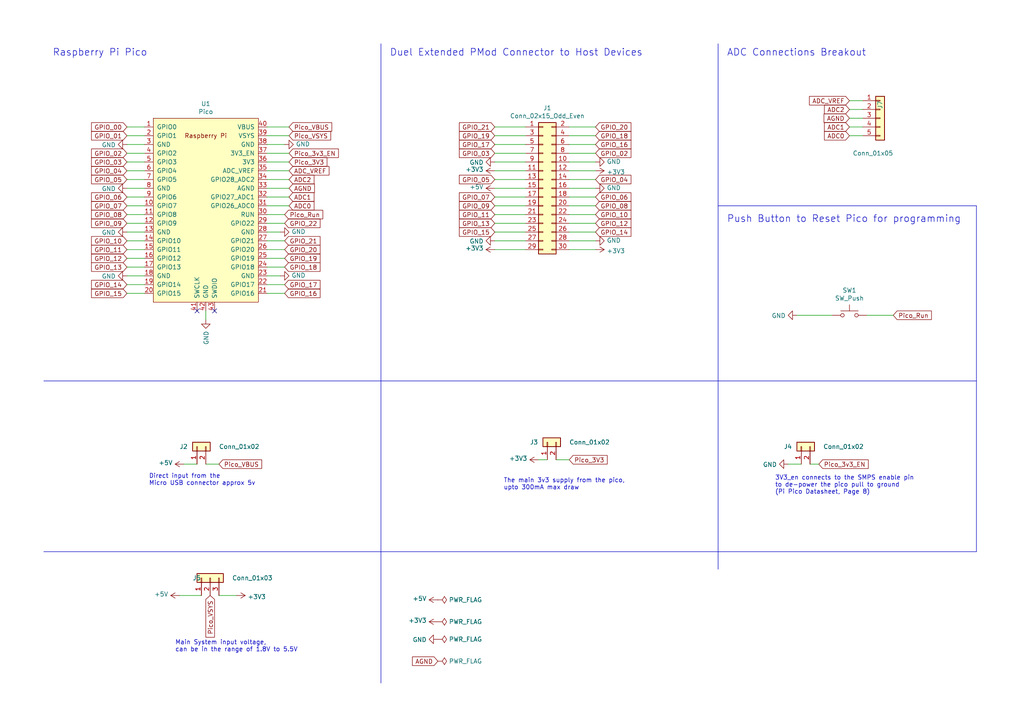
<source format=kicad_sch>
(kicad_sch (version 20230121) (generator eeschema)
  (paper "A4")
  (title_block (title "PMOD for Raspberry Pi Pico") (date "2021-11-30") (rev "v0.1") (company "James Horton") (comment 1 "with an Raspberry Pi Pico Board.") (comment 2 "This board is designed for allowing the use of PMod modules") (comment 4 "Licensed Under CERN Open Hardware Licence Version 2 - Permissive"))
  (lib_symbols
    (symbol "Connector_Generic:Conn_01x02" (pin_names (offset 1.016) hide)
      (property "Reference" "J" (at 0 2.54 0))
      (property "Value" "Conn_01x02" (at 0 -5.08 0))
      (symbol "Conn_01x02_1_1"
        (rectangle (start -1.27 -2.413) (end 0 -2.667) (stroke (width 0.1524)))
        (rectangle (start -1.27 0.127) (end 0 -0.127) (stroke (width 0.1524)))
        (rectangle (start -1.27 1.27) (end 1.27 -3.81) (stroke (width 0.254)) (fill (type background)))
        (pin passive line (at -5.08 0 0) (length 3.81) (name "Pin_1") (number "1"))
        (pin passive line (at -5.08 -2.54 0) (length 3.81) (name "Pin_2") (number "2"))
      )
    )
    (symbol "Connector_Generic:Conn_01x03" (pin_names (offset 1.016) hide)
      (property "Reference" "J" (at 0 5.08 0))
      (property "Value" "Conn_01x03" (at 0 -5.08 0))
      (symbol "Conn_01x03_1_1"
        (rectangle (start -1.27 -2.413) (end 0 -2.667) (stroke (width 0.1524)))
        (rectangle (start -1.27 0.127) (end 0 -0.127) (stroke (width 0.1524)))
        (rectangle (start -1.27 2.667) (end 0 2.413) (stroke (width 0.1524)))
        (rectangle (start -1.27 3.81) (end 1.27 -3.81) (stroke (width 0.254)) (fill (type background)))
        (pin passive line (at -5.08 2.54 0) (length 3.81) (name "Pin_1") (number "1"))
        (pin passive line (at -5.08 0 0) (length 3.81) (name "Pin_2") (number "2"))
        (pin passive line (at -5.08 -2.54 0) (length 3.81) (name "Pin_3") (number "3"))
      )
    )
    (symbol "Connector_Generic:Conn_01x05" (pin_names (offset 1.016) hide)
      (property "Reference" "J" (at 0 7.62 0))
      (property "Value" "Conn_01x05" (at 0 -7.62 0))
      (symbol "Conn_01x05_1_1"
        (rectangle (start -1.27 -4.953) (end 0 -5.207) (stroke (width 0.1524)))
        (rectangle (start -1.27 -2.413) (end 0 -2.667) (stroke (width 0.1524)))
        (rectangle (start -1.27 0.127) (end 0 -0.127) (stroke (width 0.1524)))
        (rectangle (start -1.27 2.667) (end 0 2.413) (stroke (width 0.1524)))
        (rectangle (start -1.27 5.207) (end 0 4.953) (stroke (width 0.1524)))
        (rectangle (start -1.27 6.35) (end 1.27 -6.35) (stroke (width 0.254)) (fill (type background)))
        (pin passive line (at -5.08 5.08 0) (length 3.81) (name "Pin_1") (number "1"))
        (pin passive line (at -5.08 2.54 0) (length 3.81) (name "Pin_2") (number "2"))
        (pin passive line (at -5.08 0 0) (length 3.81) (name "Pin_3") (number "3"))
        (pin passive line (at -5.08 -2.54 0) (length 3.81) (name "Pin_4") (number "4"))
        (pin passive line (at -5.08 -5.08 0) (length 3.81) (name "Pin_5") (number "5"))
      )
    )
    (symbol "Connector_Generic:Conn_02x15_Odd_Even" (pin_names (offset 1.016) hide)
      (property "Reference" "J" (at 1.27 20.32 0))
      (property "Value" "Conn_02x15_Odd_Even" (at 1.27 -20.32 0))
      (symbol "Conn_02x15_Odd_Even_1_1"
        (rectangle (start -1.27 -17.653) (end 0 -17.907) (stroke (width 0.1524)))
        (rectangle (start -1.27 -15.113) (end 0 -15.367) (stroke (width 0.1524)))
        (rectangle (start -1.27 -12.573) (end 0 -12.827) (stroke (width 0.1524)))
        (rectangle (start -1.27 -10.033) (end 0 -10.287) (stroke (width 0.1524)))
        (rectangle (start -1.27 -7.493) (end 0 -7.747) (stroke (width 0.1524)))
        (rectangle (start -1.27 -4.953) (end 0 -5.207) (stroke (width 0.1524)))
        (rectangle (start -1.27 -2.413) (end 0 -2.667) (stroke (width 0.1524)))
        (rectangle (start -1.27 0.127) (end 0 -0.127) (stroke (width 0.1524)))
        (rectangle (start -1.27 2.667) (end 0 2.413) (stroke (width 0.1524)))
        (rectangle (start -1.27 5.207) (end 0 4.953) (stroke (width 0.1524)))
        (rectangle (start -1.27 7.747) (end 0 7.493) (stroke (width 0.1524)))
        (rectangle (start -1.27 10.287) (end 0 10.033) (stroke (width 0.1524)))
        (rectangle (start -1.27 12.827) (end 0 12.573) (stroke (width 0.1524)))
        (rectangle (start -1.27 15.367) (end 0 15.113) (stroke (width 0.1524)))
        (rectangle (start -1.27 17.907) (end 0 17.653) (stroke (width 0.1524)))
        (rectangle (start -1.27 19.05) (end 3.81 -19.05) (stroke (width 0.254)) (fill (type background)))
        (rectangle (start 3.81 -17.653) (end 2.54 -17.907) (stroke (width 0.1524)))
        (rectangle (start 3.81 -15.113) (end 2.54 -15.367) (stroke (width 0.1524)))
        (rectangle (start 3.81 -12.573) (end 2.54 -12.827) (stroke (width 0.1524)))
        (rectangle (start 3.81 -10.033) (end 2.54 -10.287) (stroke (width 0.1524)))
        (rectangle (start 3.81 -7.493) (end 2.54 -7.747) (stroke (width 0.1524)))
        (rectangle (start 3.81 -4.953) (end 2.54 -5.207) (stroke (width 0.1524)))
        (rectangle (start 3.81 -2.413) (end 2.54 -2.667) (stroke (width 0.1524)))
        (rectangle (start 3.81 0.127) (end 2.54 -0.127) (stroke (width 0.1524)))
        (rectangle (start 3.81 2.667) (end 2.54 2.413) (stroke (width 0.1524)))
        (rectangle (start 3.81 5.207) (end 2.54 4.953) (stroke (width 0.1524)))
        (rectangle (start 3.81 7.747) (end 2.54 7.493) (stroke (width 0.1524)))
        (rectangle (start 3.81 10.287) (end 2.54 10.033) (stroke (width 0.1524)))
        (rectangle (start 3.81 12.827) (end 2.54 12.573) (stroke (width 0.1524)))
        (rectangle (start 3.81 15.367) (end 2.54 15.113) (stroke (width 0.1524)))
        (rectangle (start 3.81 17.907) (end 2.54 17.653) (stroke (width 0.1524)))
        (pin passive line (at -5.08 17.78 0) (length 3.81) (name "Pin_1") (number "1"))
        (pin passive line (at 7.62 7.62 180) (length 3.81) (name "Pin_10") (number "10"))
        (pin passive line (at -5.08 5.08 0) (length 3.81) (name "Pin_11") (number "11"))
        (pin passive line (at 7.62 5.08 180) (length 3.81) (name "Pin_12") (number "12"))
        (pin passive line (at -5.08 2.54 0) (length 3.81) (name "Pin_13") (number "13"))
        (pin passive line (at 7.62 2.54 180) (length 3.81) (name "Pin_14") (number "14"))
        (pin passive line (at -5.08 0 0) (length 3.81) (name "Pin_15") (number "15"))
        (pin passive line (at 7.62 0 180) (length 3.81) (name "Pin_16") (number "16"))
        (pin passive line (at -5.08 -2.54 0) (length 3.81) (name "Pin_17") (number "17"))
        (pin passive line (at 7.62 -2.54 180) (length 3.81) (name "Pin_18") (number "18"))
        (pin passive line (at -5.08 -5.08 0) (length 3.81) (name "Pin_19") (number "19"))
        (pin passive line (at 7.62 17.78 180) (length 3.81) (name "Pin_2") (number "2"))
        (pin passive line (at 7.62 -5.08 180) (length 3.81) (name "Pin_20") (number "20"))
        (pin passive line (at -5.08 -7.62 0) (length 3.81) (name "Pin_21") (number "21"))
        (pin passive line (at 7.62 -7.62 180) (length 3.81) (name "Pin_22") (number "22"))
        (pin passive line (at -5.08 -10.16 0) (length 3.81) (name "Pin_23") (number "23"))
        (pin passive line (at 7.62 -10.16 180) (length 3.81) (name "Pin_24") (number "24"))
        (pin passive line (at -5.08 -12.7 0) (length 3.81) (name "Pin_25") (number "25"))
        (pin passive line (at 7.62 -12.7 180) (length 3.81) (name "Pin_26") (number "26"))
        (pin passive line (at -5.08 -15.24 0) (length 3.81) (name "Pin_27") (number "27"))
        (pin passive line (at 7.62 -15.24 180) (length 3.81) (name "Pin_28") (number "28"))
        (pin passive line (at -5.08 -17.78 0) (length 3.81) (name "Pin_29") (number "29"))
        (pin passive line (at -5.08 15.24 0) (length 3.81) (name "Pin_3") (number "3"))
        (pin passive line (at 7.62 -17.78 180) (length 3.81) (name "Pin_30") (number "30"))
        (pin passive line (at 7.62 15.24 180) (length 3.81) (name "Pin_4") (number "4"))
        (pin passive line (at -5.08 12.7 0) (length 3.81) (name "Pin_5") (number "5"))
        (pin passive line (at 7.62 12.7 180) (length 3.81) (name "Pin_6") (number "6"))
        (pin passive line (at -5.08 10.16 0) (length 3.81) (name "Pin_7") (number "7"))
        (pin passive line (at 7.62 10.16 180) (length 3.81) (name "Pin_8") (number "8"))
        (pin passive line (at -5.08 7.62 0) (length 3.81) (name "Pin_9") (number "9"))
      )
    )
    (symbol "RaspberryPi:Pico" (pin_names (offset 1.016))
      (property "Reference" "U" (at -13.97 27.94 0))
      (property "Value" "Pico" (at 0 19.05 0))
      (symbol "Pico_0_0"
        (text "Raspberry Pi" (at 0 21.59 0) (effects (font (size 1.27 1.27))))
      )
      (symbol "Pico_0_1"
        (rectangle (start -15.24 26.67) (end 15.24 -26.67) (fill (type background)))
      )
      (symbol "Pico_1_1"
        (pin bidirectional line (at -17.78 24.13 0) (length 2.54) (name "GPIO0") (number "1"))
        (pin bidirectional line (at -17.78 1.27 0) (length 2.54) (name "GPIO7") (number "10"))
        (pin bidirectional line (at -17.78 -1.27 0) (length 2.54) (name "GPIO8") (number "11"))
        (pin bidirectional line (at -17.78 -3.81 0) (length 2.54) (name "GPIO9") (number "12"))
        (pin power_in line (at -17.78 -6.35 0) (length 2.54) (name "GND") (number "13"))
        (pin bidirectional line (at -17.78 -8.89 0) (length 2.54) (name "GPIO10") (number "14"))
        (pin bidirectional line (at -17.78 -11.43 0) (length 2.54) (name "GPIO11") (number "15"))
        (pin bidirectional line (at -17.78 -13.97 0) (length 2.54) (name "GPIO12") (number "16"))
        (pin bidirectional line (at -17.78 -16.51 0) (length 2.54) (name "GPIO13") (number "17"))
        (pin power_in line (at -17.78 -19.05 0) (length 2.54) (name "GND") (number "18"))
        (pin bidirectional line (at -17.78 -21.59 0) (length 2.54) (name "GPIO14") (number "19"))
        (pin bidirectional line (at -17.78 21.59 0) (length 2.54) (name "GPIO1") (number "2"))
        (pin bidirectional line (at -17.78 -24.13 0) (length 2.54) (name "GPIO15") (number "20"))
        (pin bidirectional line (at 17.78 -24.13 180) (length 2.54) (name "GPIO16") (number "21"))
        (pin bidirectional line (at 17.78 -21.59 180) (length 2.54) (name "GPIO17") (number "22"))
        (pin power_in line (at 17.78 -19.05 180) (length 2.54) (name "GND") (number "23"))
        (pin bidirectional line (at 17.78 -16.51 180) (length 2.54) (name "GPIO18") (number "24"))
        (pin bidirectional line (at 17.78 -13.97 180) (length 2.54) (name "GPIO19") (number "25"))
        (pin bidirectional line (at 17.78 -11.43 180) (length 2.54) (name "GPIO20") (number "26"))
        (pin bidirectional line (at 17.78 -8.89 180) (length 2.54) (name "GPIO21") (number "27"))
        (pin power_in line (at 17.78 -6.35 180) (length 2.54) (name "GND") (number "28"))
        (pin bidirectional line (at 17.78 -3.81 180) (length 2.54) (name "GPIO22") (number "29"))
        (pin power_in line (at -17.78 19.05 0) (length 2.54) (name "GND") (number "3"))
        (pin input line (at 17.78 -1.27 180) (length 2.54) (name "RUN") (number "30"))
        (pin bidirectional line (at 17.78 1.27 180) (length 2.54) (name "GPIO26_ADC0") (number "31"))
        (pin bidirectional line (at 17.78 3.81 180) (length 2.54) (name "GPIO27_ADC1") (number "32"))
        (pin power_in line (at 17.78 6.35 180) (length 2.54) (name "AGND") (number "33"))
        (pin bidirectional line (at 17.78 8.89 180) (length 2.54) (name "GPIO28_ADC2") (number "34"))
        (pin unspecified line (at 17.78 11.43 180) (length 2.54) (name "ADC_VREF") (number "35"))
        (pin unspecified line (at 17.78 13.97 180) (length 2.54) (name "3V3") (number "36"))
        (pin input line (at 17.78 16.51 180) (length 2.54) (name "3V3_EN") (number "37"))
        (pin bidirectional line (at 17.78 19.05 180) (length 2.54) (name "GND") (number "38"))
        (pin unspecified line (at 17.78 21.59 180) (length 2.54) (name "VSYS") (number "39"))
        (pin bidirectional line (at -17.78 16.51 0) (length 2.54) (name "GPIO2") (number "4"))
        (pin unspecified line (at 17.78 24.13 180) (length 2.54) (name "VBUS") (number "40"))
        (pin input line (at -2.54 -29.21 90) (length 2.54) (name "SWCLK") (number "41"))
        (pin power_in line (at 0 -29.21 90) (length 2.54) (name "GND") (number "42"))
        (pin bidirectional line (at 2.54 -29.21 90) (length 2.54) (name "SWDIO") (number "43"))
        (pin bidirectional line (at -17.78 13.97 0) (length 2.54) (name "GPIO3") (number "5"))
        (pin bidirectional line (at -17.78 11.43 0) (length 2.54) (name "GPIO4") (number "6"))
        (pin bidirectional line (at -17.78 8.89 0) (length 2.54) (name "GPIO5") (number "7"))
        (pin power_in line (at -17.78 6.35 0) (length 2.54) (name "GND") (number "8"))
        (pin bidirectional line (at -17.78 3.81 0) (length 2.54) (name "GPIO6") (number "9"))
      )
    )
    (symbol "Switch:SW_Push" (pin_numbers hide) (pin_names (offset 1.016) hide)
      (property "Reference" "SW" (at 1.27 2.54 0))
      (property "Value" "SW_Push" (at 0 -1.524 0))
      (symbol "SW_Push_0_1"
        (circle (center -2.032 0) (radius 0.508))
        (polyline (pts (xy 0 1.27) (xy 0 3.048)))
        (polyline (pts (xy 2.54 1.27) (xy -2.54 1.27)))
        (circle (center 2.032 0) (radius 0.508))
        (pin passive line (at -5.08 0 0) (length 2.54) (name "1") (number "1"))
        (pin passive line (at 5.08 0 180) (length 2.54) (name "2") (number "2"))
      )
    )
    (symbol "pico_pmod_host-rescue:+3.3V-power" (power) (pin_names (offset 0))
      (property "Value" "+3.3V-power" (at 0 3.556 0))
      (symbol "+3.3V-power_0_1"
        (polyline (pts (xy -0.762 1.27) (xy 0 2.54)))
        (polyline (pts (xy 0 0) (xy 0 2.54)))
        (polyline (pts (xy 0 2.54) (xy 0.762 1.27)))
      )
      (symbol "+3.3V-power_1_1"
        (pin power_in line (at 0 0 90) (length 0) hide (name "+3V3") (number "1"))
      )
    )
    (symbol "power:+5V" (power) (pin_names (offset 0))
      (property "Value" "+5V" (at 0 3.556 0))
      (symbol "+5V_0_1"
        (polyline (pts (xy -0.762 1.27) (xy 0 2.54)))
        (polyline (pts (xy 0 0) (xy 0 2.54)))
        (polyline (pts (xy 0 2.54) (xy 0.762 1.27)))
      )
      (symbol "+5V_1_1"
        (pin power_in line (at 0 0 90) (length 0) hide (name "+5V") (number "1"))
      )
    )
    (symbol "power:GND" (power) (pin_names (offset 0))
      (property "Value" "GND" (at 0 -3.81 0))
      (symbol "GND_0_1"
        (polyline (pts (xy 0 0) (xy 0 -1.27) (xy 1.27 -1.27) (xy 0 -2.54) (xy -1.27 -1.27) (xy 0 -1.27)))
      )
      (symbol "GND_1_1"
        (pin power_in line (at 0 0 270) (length 0) hide (name "GND") (number "1"))
      )
    )
    (symbol "power:PWR_FLAG" (power) (pin_numbers hide) (pin_names (offset 0) hide)
      (property "Value" "PWR_FLAG" (at 0 3.81 0))
      (symbol "PWR_FLAG_0_0"
        (pin power_out line (at 0 0 90) (length 0) (name "pwr") (number "1"))
      )
      (symbol "PWR_FLAG_0_1"
        (polyline (pts (xy 0 0) (xy 0 1.27) (xy -1.016 1.905) (xy 0 2.54) (xy 1.016 1.905) (xy 0 1.27)))
      )
    )
  )
  (no_connect (at 57.15 90.17))
  (no_connect (at 62.23 90.17))
  (wire (pts (xy 172.72 57.15) (xy 165.1 57.15)))
  (wire (pts (xy 36.83 49.53) (xy 41.91 49.53)))
  (wire (pts (xy 165.1 59.69) (xy 172.72 59.69)))
  (wire (pts (xy 172.72 62.23) (xy 165.1 62.23)))
  (wire (pts (xy 83.82 54.61) (xy 77.47 54.61)))
  (wire (pts (xy 36.83 36.83) (xy 41.91 36.83)))
  (wire (pts (xy 57.15 134.62) (xy 53.34 134.62)))
  (wire (pts (xy 36.83 62.23) (xy 41.91 62.23)))
  (wire (pts (xy 234.95 134.62) (xy 237.49 134.62)))
  (wire (pts (xy 36.83 74.93) (xy 41.91 74.93)))
  (wire (pts (xy 152.4 57.15) (xy 143.51 57.15)))
  (wire (pts (xy 81.28 80.01) (xy 77.47 80.01)))
  (wire (pts (xy 152.4 49.53) (xy 143.51 49.53)))
  (wire (pts (xy 41.91 41.91) (xy 36.83 41.91)))
  (wire (pts (xy 36.83 80.01) (xy 41.91 80.01)))
  (wire (pts (xy 41.91 85.09) (xy 36.83 85.09)))
  (wire (pts (xy 143.51 59.69) (xy 152.4 59.69)))
  (polyline (pts (xy 110.49 12.7) (xy 110.49 198.12)))
  (wire (pts (xy 36.83 54.61) (xy 41.91 54.61)))
  (wire (pts (xy 82.55 85.09) (xy 77.47 85.09)))
  (wire (pts (xy 41.91 64.77) (xy 36.83 64.77)))
  (wire (pts (xy 152.4 44.45) (xy 143.51 44.45)))
  (wire (pts (xy 83.82 39.37) (xy 77.47 39.37)))
  (wire (pts (xy 77.47 52.07) (xy 83.82 52.07)))
  (wire (pts (xy 41.91 46.99) (xy 36.83 46.99)))
  (wire (pts (xy 82.55 72.39) (xy 77.47 72.39)))
  (wire (pts (xy 143.51 36.83) (xy 152.4 36.83)))
  (wire (pts (xy 82.55 77.47) (xy 77.47 77.47)))
  (wire (pts (xy 172.72 44.45) (xy 165.1 44.45)))
  (wire (pts (xy 232.41 134.62) (xy 228.6 134.62)))
  (wire (pts (xy 77.47 69.85) (xy 82.55 69.85)))
  (wire (pts (xy 165.1 41.91) (xy 172.72 41.91)))
  (wire (pts (xy 83.82 59.69) (xy 77.47 59.69)))
  (wire (pts (xy 152.4 39.37) (xy 143.51 39.37)))
  (wire (pts (xy 77.47 41.91) (xy 82.55 41.91)))
  (wire (pts (xy 143.51 64.77) (xy 152.4 64.77)))
  (wire (pts (xy 41.91 67.31) (xy 36.83 67.31)))
  (wire (pts (xy 81.28 67.31) (xy 77.47 67.31)))
  (wire (pts (xy 172.72 72.39) (xy 165.1 72.39)))
  (polyline (pts (xy 12.7 160.02) (xy 283.21 160.02)))
  (wire (pts (xy 58.42 172.72) (xy 52.07 172.72)))
  (wire (pts (xy 156.21 133.35) (xy 158.75 133.35)))
  (wire (pts (xy 36.83 44.45) (xy 41.91 44.45)))
  (wire (pts (xy 143.51 41.91) (xy 152.4 41.91)))
  (wire (pts (xy 152.4 67.31) (xy 143.51 67.31)))
  (wire (pts (xy 59.69 92.71) (xy 59.69 90.17)))
  (wire (pts (xy 83.82 46.99) (xy 77.47 46.99)))
  (wire (pts (xy 63.5 172.72) (xy 68.58 172.72)))
  (wire (pts (xy 143.51 72.39) (xy 152.4 72.39)))
  (wire (pts (xy 41.91 72.39) (xy 36.83 72.39)))
  (wire (pts (xy 152.4 69.85) (xy 143.51 69.85)))
  (wire (pts (xy 82.55 62.23) (xy 77.47 62.23)))
  (wire (pts (xy 77.47 57.15) (xy 83.82 57.15)))
  (wire (pts (xy 77.47 36.83) (xy 83.82 36.83)))
  (wire (pts (xy 172.72 39.37) (xy 165.1 39.37)))
  (wire (pts (xy 143.51 52.07) (xy 152.4 52.07)))
  (wire (pts (xy 172.72 67.31) (xy 165.1 67.31)))
  (wire (pts (xy 246.38 31.75) (xy 250.19 31.75)))
  (wire (pts (xy 41.91 77.47) (xy 36.83 77.47)))
  (polyline (pts (xy 12.7 110.49) (xy 283.21 110.49)))
  (wire (pts (xy 77.47 82.55) (xy 82.55 82.55)))
  (wire (pts (xy 83.82 49.53) (xy 77.47 49.53)))
  (wire (pts (xy 172.72 46.99) (xy 165.1 46.99)))
  (wire (pts (xy 172.72 49.53) (xy 165.1 49.53)))
  (wire (pts (xy 41.91 39.37) (xy 36.83 39.37)))
  (wire (pts (xy 246.38 29.21) (xy 250.19 29.21)))
  (wire (pts (xy 161.29 133.35) (xy 165.1 133.35)))
  (wire (pts (xy 165.1 69.85) (xy 172.72 69.85)))
  (wire (pts (xy 143.51 54.61) (xy 152.4 54.61)))
  (wire (pts (xy 36.83 82.55) (xy 41.91 82.55)))
  (wire (pts (xy 246.38 34.29) (xy 250.19 34.29)))
  (wire (pts (xy 246.38 39.37) (xy 250.19 39.37)))
  (wire (pts (xy 250.19 36.83) (xy 246.38 36.83)))
  (wire (pts (xy 251.46 91.44) (xy 259.08 91.44)))
  (wire (pts (xy 36.83 69.85) (xy 41.91 69.85)))
  (wire (pts (xy 165.1 52.07) (xy 172.72 52.07)))
  (wire (pts (xy 41.91 59.69) (xy 36.83 59.69)))
  (wire (pts (xy 82.55 64.77) (xy 77.47 64.77)))
  (wire (pts (xy 36.83 57.15) (xy 41.91 57.15)))
  (wire (pts (xy 143.51 46.99) (xy 152.4 46.99)))
  (wire (pts (xy 165.1 64.77) (xy 172.72 64.77)))
  (wire (pts (xy 152.4 62.23) (xy 143.51 62.23)))
  (wire (pts (xy 165.1 36.83) (xy 172.72 36.83)))
  (wire (pts (xy 41.91 52.07) (xy 36.83 52.07)))
  (wire (pts (xy 231.14 91.44) (xy 241.3 91.44)))
  (wire (pts (xy 172.72 54.61) (xy 165.1 54.61)))
  (polyline (pts (xy 283.21 59.69) (xy 208.28 59.69)))
  (wire (pts (xy 77.47 44.45) (xy 83.82 44.45)))
  (polyline (pts (xy 283.21 59.69) (xy 283.21 160.02)))
  (wire (pts (xy 77.47 74.93) (xy 82.55 74.93)))
  (polyline (pts (xy 208.28 12.7) (xy 208.28 165.1)))
  (wire (pts (xy 63.5 134.62) (xy 59.69 134.62)))
  (text "Duel Extended PMod Connector to Host Devices" (at 113.03 16.51 0) (effects (font (size 2.0066 2.0066)) (justify left bottom)))
  (text "Main System input voltage, \ncan be in the range of 1.8V to 5.5V" (at 50.8 189.23 0) (effects (font (size 1.27 1.27)) (justify left bottom)))
  (text "3V3_en connects to the SMPS enable pin\nto de-power the pico pull to ground\n(Pi Pico Datasheet, Page 8)" (at 224.79 143.51 0) (effects (font (size 1.27 1.27)) (justify left bottom)))
  (text "The main 3v3 supply from the pico, \nupto 300mA max draw" (at 146.05 142.24 0) (effects (font (size 1.27 1.27)) (justify left bottom)))
  (text "Push Button to Reset Pico for programming" (at 210.82 64.77 0) (effects (font (size 2.0066 2.0066)) (justify left bottom)))
  (text "ADC Connections Breakout\n" (at 210.82 16.51 0) (effects (font (size 2.0066 2.0066)) (justify left bottom)))
  (text "Direct input from the \nMicro USB connector approx 5v" (at 43.18 140.97 0) (effects (font (size 1.27 1.27)) (justify left bottom)))
  (text "Raspberry Pi Pico" (at 15.24 16.51 0) (effects (font (size 2.0066 2.0066)) (justify left bottom)))
  (global_label "GPIO_03" (shape input) (at 143.51 44.45 180) (property "Intersheetrefs" "${INTERSHEET_REFS}" (effects hide)))
  (global_label "GPIO_07" (shape input) (at 36.83 59.69 180) (property "Intersheetrefs" "${INTERSHEET_REFS}" (effects hide)))
  (global_label "GPIO_13" (shape input) (at 143.51 64.77 180) (property "Intersheetrefs" "${INTERSHEET_REFS}" (effects hide)))
  (global_label "GPIO_20" (shape input) (at 82.55 72.39 0) (property "Intersheetrefs" "${INTERSHEET_REFS}" (effects hide)))
  (global_label "GPIO_14" (shape input) (at 36.83 82.55 180) (property "Intersheetrefs" "${INTERSHEET_REFS}" (effects hide)))
  (global_label "GPIO_10" (shape input) (at 36.83 69.85 180) (property "Intersheetrefs" "${INTERSHEET_REFS}" (effects hide)))
  (global_label "Pico_3v3_EN" (shape input) (at 83.82 44.45 0) (property "Intersheetrefs" "${INTERSHEET_REFS}" (effects hide)))
  (global_label "GPIO_09" (shape input) (at 143.51 59.69 180) (property "Intersheetrefs" "${INTERSHEET_REFS}" (effects hide)))
  (global_label "ADC0" (shape input) (at 246.38 39.37 180) (property "Intersheetrefs" "${INTERSHEET_REFS}" (effects hide)))
  (global_label "GPIO_18" (shape input) (at 82.55 77.47 0) (property "Intersheetrefs" "${INTERSHEET_REFS}" (effects hide)))
  (global_label "GPIO_11" (shape input) (at 36.83 72.39 180) (property "Intersheetrefs" "${INTERSHEET_REFS}" (effects hide)))
  (global_label "GPIO_00" (shape input) (at 36.83 36.83 180) (property "Intersheetrefs" "${INTERSHEET_REFS}" (effects hide)))
  (global_label "GPIO_03" (shape input) (at 36.83 46.99 180) (property "Intersheetrefs" "${INTERSHEET_REFS}" (effects hide)))
  (global_label "GPIO_09" (shape input) (at 36.83 64.77 180) (property "Intersheetrefs" "${INTERSHEET_REFS}" (effects hide)))
  (global_label "Pico_3V3" (shape input) (at 165.1 133.35 0) (property "Intersheetrefs" "${INTERSHEET_REFS}" (effects hide)))
  (global_label "Pico_VSYS" (shape input) (at 83.82 39.37 0) (property "Intersheetrefs" "${INTERSHEET_REFS}" (effects hide)))
  (global_label "GPIO_14" (shape input) (at 172.72 67.31 0) (property "Intersheetrefs" "${INTERSHEET_REFS}" (effects hide)))
  (global_label "GPIO_19" (shape input) (at 143.51 39.37 180) (property "Intersheetrefs" "${INTERSHEET_REFS}" (effects hide)))
  (global_label "GPIO_04" (shape input) (at 172.72 52.07 0) (property "Intersheetrefs" "${INTERSHEET_REFS}" (effects hide)))
  (global_label "GPIO_15" (shape input) (at 143.51 67.31 180) (property "Intersheetrefs" "${INTERSHEET_REFS}" (effects hide)))
  (global_label "GPIO_19" (shape input) (at 82.55 74.93 0) (property "Intersheetrefs" "${INTERSHEET_REFS}" (effects hide)))
  (global_label "GPIO_01" (shape input) (at 36.83 39.37 180) (property "Intersheetrefs" "${INTERSHEET_REFS}" (effects hide)))
  (global_label "GPIO_21" (shape input) (at 143.51 36.83 180) (property "Intersheetrefs" "${INTERSHEET_REFS}" (effects hide)))
  (global_label "GPIO_10" (shape input) (at 172.72 62.23 0) (property "Intersheetrefs" "${INTERSHEET_REFS}" (effects hide)))
  (global_label "GPIO_21" (shape input) (at 82.55 69.85 0) (property "Intersheetrefs" "${INTERSHEET_REFS}" (effects hide)))
  (global_label "GPIO_05" (shape input) (at 143.51 52.07 180) (property "Intersheetrefs" "${INTERSHEET_REFS}" (effects hide)))
  (global_label "GPIO_17" (shape input) (at 143.51 41.91 180) (property "Intersheetrefs" "${INTERSHEET_REFS}" (effects hide)))
  (global_label "GPIO_13" (shape input) (at 36.83 77.47 180) (property "Intersheetrefs" "${INTERSHEET_REFS}" (effects hide)))
  (global_label "GPIO_12" (shape input) (at 172.72 64.77 0) (property "Intersheetrefs" "${INTERSHEET_REFS}" (effects hide)))
  (global_label "GPIO_04" (shape input) (at 36.83 49.53 180) (property "Intersheetrefs" "${INTERSHEET_REFS}" (effects hide)))
  (global_label "ADC2" (shape input) (at 83.82 52.07 0) (property "Intersheetrefs" "${INTERSHEET_REFS}" (effects hide)))
  (global_label "ADC0" (shape input) (at 83.82 59.69 0) (property "Intersheetrefs" "${INTERSHEET_REFS}" (effects hide)))
  (global_label "GPIO_06" (shape input) (at 172.72 57.15 0) (property "Intersheetrefs" "${INTERSHEET_REFS}" (effects hide)))
  (global_label "GPIO_02" (shape input) (at 36.83 44.45 180) (property "Intersheetrefs" "${INTERSHEET_REFS}" (effects hide)))
  (global_label "GPIO_22" (shape input) (at 82.55 64.77 0) (property "Intersheetrefs" "${INTERSHEET_REFS}" (effects hide)))
  (global_label "GPIO_08" (shape input) (at 172.72 59.69 0) (property "Intersheetrefs" "${INTERSHEET_REFS}" (effects hide)))
  (global_label "ADC2" (shape input) (at 246.38 31.75 180) (property "Intersheetrefs" "${INTERSHEET_REFS}" (effects hide)))
  (global_label "GPIO_18" (shape input) (at 172.72 39.37 0) (property "Intersheetrefs" "${INTERSHEET_REFS}" (effects hide)))
  (global_label "Pico_3v3_EN" (shape input) (at 237.49 134.62 0) (property "Intersheetrefs" "${INTERSHEET_REFS}" (effects hide)))
  (global_label "Pico_VBUS" (shape input) (at 83.82 36.83 0) (property "Intersheetrefs" "${INTERSHEET_REFS}" (effects hide)))
  (global_label "ADC1" (shape input) (at 83.82 57.15 0) (property "Intersheetrefs" "${INTERSHEET_REFS}" (effects hide)))
  (global_label "Pico_Run" (shape input) (at 82.55 62.23 0) (property "Intersheetrefs" "${INTERSHEET_REFS}" (effects hide)))
  (global_label "Pico_Run" (shape input) (at 259.08 91.44 0) (property "Intersheetrefs" "${INTERSHEET_REFS}" (effects hide)))
  (global_label "AGND" (shape input) (at 127 191.77 180) (property "Intersheetrefs" "${INTERSHEET_REFS}" (effects hide)))
  (global_label "GPIO_15" (shape input) (at 36.83 85.09 180) (property "Intersheetrefs" "${INTERSHEET_REFS}" (effects hide)))
  (global_label "ADC_VREF" (shape input) (at 246.38 29.21 180) (property "Intersheetrefs" "${INTERSHEET_REFS}" (effects hide)))
  (global_label "ADC_VREF" (shape input) (at 83.82 49.53 0) (property "Intersheetrefs" "${INTERSHEET_REFS}" (effects hide)))
  (global_label "AGND" (shape input) (at 246.38 34.29 180) (property "Intersheetrefs" "${INTERSHEET_REFS}" (effects hide)))
  (global_label "GPIO_07" (shape input) (at 143.51 57.15 180) (property "Intersheetrefs" "${INTERSHEET_REFS}" (effects hide)))
  (global_label "Pico_VSYS" (shape input) (at 60.96 172.72 270) (property "Intersheetrefs" "${INTERSHEET_REFS}" (effects hide)))
  (global_label "GPIO_06" (shape input) (at 36.83 57.15 180) (property "Intersheetrefs" "${INTERSHEET_REFS}" (effects hide)))
  (global_label "GPIO_12" (shape input) (at 36.83 74.93 180) (property "Intersheetrefs" "${INTERSHEET_REFS}" (effects hide)))
  (global_label "GPIO_05" (shape input) (at 36.83 52.07 180) (property "Intersheetrefs" "${INTERSHEET_REFS}" (effects hide)))
  (global_label "GPIO_02" (shape input) (at 172.72 44.45 0) (property "Intersheetrefs" "${INTERSHEET_REFS}" (effects hide)))
  (global_label "GPIO_11" (shape input) (at 143.51 62.23 180) (property "Intersheetrefs" "${INTERSHEET_REFS}" (effects hide)))
  (global_label "Pico_VBUS" (shape input) (at 63.5 134.62 0) (property "Intersheetrefs" "${INTERSHEET_REFS}" (effects hide)))
  (global_label "GPIO_20" (shape input) (at 172.72 36.83 0) (property "Intersheetrefs" "${INTERSHEET_REFS}" (effects hide)))
  (global_label "ADC1" (shape input) (at 246.38 36.83 180) (property "Intersheetrefs" "${INTERSHEET_REFS}" (effects hide)))
  (global_label "Pico_3V3" (shape input) (at 83.82 46.99 0) (property "Intersheetrefs" "${INTERSHEET_REFS}" (effects hide)))
  (global_label "GPIO_08" (shape input) (at 36.83 62.23 180) (property "Intersheetrefs" "${INTERSHEET_REFS}" (effects hide)))
  (global_label "AGND" (shape input) (at 83.82 54.61 0) (property "Intersheetrefs" "${INTERSHEET_REFS}" (effects hide)))
  (global_label "GPIO_16" (shape input) (at 172.72 41.91 0) (property "Intersheetrefs" "${INTERSHEET_REFS}" (effects hide)))
  (global_label "GPIO_16" (shape input) (at 82.55 85.09 0) (property "Intersheetrefs" "${INTERSHEET_REFS}" (effects hide)))
  (global_label "GPIO_17" (shape input) (at 82.55 82.55 0) (property "Intersheetrefs" "${INTERSHEET_REFS}" (effects hide)))
  (symbol (lib_id "RaspberryPi:Pico") (at 59.69 60.96 0) (unit 1)
    (property "Reference" "U1" (at 59.69 30.099 0))
    (property "Value" "Pico" (at 59.69 32.4104 0))
    (property "Footprint" "RPi_Pico:RPi_Pico_SMD_TH" (effects hide))
  )
  (symbol (lib_id "Connector_Generic:Conn_02x15_Odd_Even") (at 157.48 54.61 0) (unit 1)
    (property "Reference" "J1" (at 158.75 31.3182 0))
    (property "Value" "Conn_02x15_Odd_Even" (at 158.75 33.6296 0))
    (property "Footprint" "Connector_PinHeader_2.54mm:PinHeader_2x15_P2.54mm_Vertical" (effects hide))
  )
  (symbol (lib_id "power:GND") (at 172.72 69.85 90) (unit 1)
    (property "Reference" "#PWR0101" (effects hide))
    (property "Value" "GND" (at 175.9712 69.723 90) (effects (justify right)))
  )
  (symbol (lib_id "pico_pmod_host-rescue:+3.3V-power") (at 172.72 72.39 270) (unit 1)
    (property "Reference" "#PWR0102" (effects hide))
    (property "Value" "+3.3V" (at 175.9712 72.771 90) (effects (justify left)))
  )
  (symbol (lib_id "power:GND") (at 143.51 69.85 270) (unit 1)
    (property "Reference" "#PWR0103" (effects hide))
    (property "Value" "GND" (at 140.2588 69.977 90) (effects (justify right)))
  )
  (symbol (lib_id "pico_pmod_host-rescue:+3.3V-power") (at 143.51 72.39 90) (unit 1)
    (property "Reference" "#PWR0104" (effects hide))
    (property "Value" "+3.3V" (at 140.2588 72.009 90) (effects (justify left)))
  )
  (symbol (lib_id "power:+5V") (at 52.07 172.72 90) (unit 1)
    (property "Reference" "#PWR0119" (effects hide))
    (property "Value" "+5V" (at 48.8188 172.339 90) (effects (justify left)))
  )
  (symbol (lib_id "power:GND") (at 143.51 46.99 270) (unit 1)
    (property "Reference" "#PWR0105" (effects hide))
    (property "Value" "GND" (at 140.2588 47.117 90) (effects (justify right)))
  )
  (symbol (lib_id "pico_pmod_host-rescue:+3.3V-power") (at 143.51 49.53 90) (unit 1)
    (property "Reference" "#PWR0106" (effects hide))
    (property "Value" "+3.3V" (at 140.2588 49.149 90) (effects (justify left)))
  )
  (symbol (lib_id "power:GND") (at 172.72 46.99 90) (unit 1)
    (property "Reference" "#PWR0107" (effects hide))
    (property "Value" "GND" (at 175.9712 46.863 90) (effects (justify right)))
  )
  (symbol (lib_id "pico_pmod_host-rescue:+3.3V-power") (at 172.72 49.53 270) (unit 1)
    (property "Reference" "#PWR0108" (effects hide))
    (property "Value" "+3.3V" (at 175.9712 49.911 90) (effects (justify left)))
  )
  (symbol (lib_id "power:+5V") (at 143.51 54.61 90) (unit 1)
    (property "Reference" "#PWR0109" (effects hide))
    (property "Value" "+5V" (at 140.2588 54.229 90) (effects (justify left)))
  )
  (symbol (lib_id "power:GND") (at 36.83 41.91 270) (unit 1)
    (property "Reference" "#PWR0110" (effects hide))
    (property "Value" "GND" (at 33.5788 42.037 90) (effects (justify right)))
  )
  (symbol (lib_id "power:GND") (at 36.83 54.61 270) (unit 1)
    (property "Reference" "#PWR0111" (effects hide))
    (property "Value" "GND" (at 33.5788 54.737 90) (effects (justify right)))
  )
  (symbol (lib_id "power:GND") (at 36.83 67.31 270) (unit 1)
    (property "Reference" "#PWR0112" (effects hide))
    (property "Value" "GND" (at 33.5788 67.437 90) (effects (justify right)))
  )
  (symbol (lib_id "power:GND") (at 36.83 80.01 270) (unit 1)
    (property "Reference" "#PWR0113" (effects hide))
    (property "Value" "GND" (at 33.5788 80.137 90) (effects (justify right)))
  )
  (symbol (lib_id "power:GND") (at 81.28 80.01 90) (unit 1)
    (property "Reference" "#PWR0114" (effects hide))
    (property "Value" "GND" (at 84.5312 79.883 90) (effects (justify right)))
  )
  (symbol (lib_id "power:GND") (at 81.28 67.31 90) (unit 1)
    (property "Reference" "#PWR0115" (effects hide))
    (property "Value" "GND" (at 84.5312 67.183 90) (effects (justify right)))
  )
  (symbol (lib_id "power:GND") (at 82.55 41.91 90) (unit 1)
    (property "Reference" "#PWR0116" (effects hide))
    (property "Value" "GND" (at 85.8012 41.783 90) (effects (justify right)))
  )
  (symbol (lib_id "power:GND") (at 59.69 92.71 0) (unit 1)
    (property "Reference" "#PWR0117" (effects hide))
    (property "Value" "GND" (at 59.817 95.9612 90) (effects (justify right)))
  )
  (symbol (lib_id "power:GND") (at 172.72 54.61 90) (unit 1)
    (property "Reference" "#PWR0118" (effects hide))
    (property "Value" "GND" (at 175.9712 54.483 90) (effects (justify right)))
  )
  (symbol (lib_id "pico_pmod_host-rescue:+3.3V-power") (at 68.58 172.72 270) (unit 1)
    (property "Reference" "#PWR0120" (effects hide))
    (property "Value" "+3.3V" (at 71.8312 173.101 90) (effects (justify left)))
  )
  (symbol (lib_id "Connector_Generic:Conn_01x05") (at 255.27 34.29 0) (unit 1)
    (property "Reference" "J7" (at 255.27 29.21 90) (effects (justify right)))
    (property "Value" "Conn_01x05" (at 259.08 44.45 0) (effects (justify right)))
    (property "Footprint" "Connector_PinHeader_2.54mm:PinHeader_1x05_P2.54mm_Vertical" (effects hide))
  )
  (symbol (lib_id "power:+5V") (at 53.34 134.62 90) (unit 1)
    (property "Reference" "#PWR0121" (effects hide))
    (property "Value" "+5V" (at 50.0888 134.239 90) (effects (justify left)))
  )
  (symbol (lib_id "Connector_Generic:Conn_01x02") (at 232.41 129.54 90) (unit 1)
    (property "Reference" "J4" (at 227.33 129.54 90) (effects (justify right)))
    (property "Value" "Conn_01x02" (at 238.76 129.54 90) (effects (justify right)))
    (property "Footprint" "Connector_PinHeader_2.54mm:PinHeader_1x02_P2.54mm_Vertical" (effects hide))
  )
  (symbol (lib_id "pico_pmod_host-rescue:+3.3V-power") (at 156.21 133.35 90) (unit 1)
    (property "Reference" "#PWR0122" (effects hide))
    (property "Value" "+3.3V" (at 152.9588 132.969 90) (effects (justify left)))
  )
  (symbol (lib_id "Connector_Generic:Conn_01x02") (at 158.75 128.27 90) (unit 1)
    (property "Reference" "J3" (at 153.67 128.27 90) (effects (justify right)))
    (property "Value" "Conn_01x02" (at 165.1 128.27 90) (effects (justify right)))
    (property "Footprint" "Connector_PinHeader_2.54mm:PinHeader_1x02_P2.54mm_Vertical" (effects hide))
  )
  (symbol (lib_id "power:GND") (at 228.6 134.62 270) (unit 1)
    (property "Reference" "#PWR0123" (effects hide))
    (property "Value" "GND" (at 225.3488 134.747 90) (effects (justify right)))
  )
  (symbol (lib_id "Connector_Generic:Conn_01x03") (at 60.96 167.64 90) (unit 1)
    (property "Reference" "J5" (at 55.88 167.64 90) (effects (justify right)))
    (property "Value" "Conn_01x03" (at 67.31 167.64 90) (effects (justify right)))
    (property "Footprint" "Connector_PinHeader_2.54mm:PinHeader_1x03_P2.54mm_Vertical" (effects hide))
  )
  (symbol (lib_id "Connector_Generic:Conn_01x02") (at 57.15 129.54 90) (unit 1)
    (property "Reference" "J2" (at 52.07 129.54 90) (effects (justify right)))
    (property "Value" "Conn_01x02" (at 63.5 129.54 90) (effects (justify right)))
    (property "Footprint" "Connector_PinHeader_2.54mm:PinHeader_1x02_P2.54mm_Vertical" (effects hide))
  )
  (symbol (lib_id "Switch:SW_Push") (at 246.38 91.44 0) (unit 1)
    (property "Reference" "SW1" (at 246.38 84.201 0))
    (property "Value" "SW_Push" (at 246.38 86.5124 0))
    (property "Footprint" "Button_Switch_THT:SW_PUSH_6mm_H4.3mm" (effects hide))
  )
  (symbol (lib_id "power:GND") (at 231.14 91.44 270) (unit 1)
    (property "Reference" "#PWR0125" (effects hide))
    (property "Value" "GND" (at 227.8888 91.567 90) (effects (justify right)))
  )
  (symbol (lib_id "power:PWR_FLAG") (at 127 180.34 270) (unit 1)
    (property "Reference" "#FLG02" (effects hide))
    (property "Value" "PWR_FLAG" (at 130.175 180.34 90) (effects (justify left)))
  )
  (symbol (lib_id "power:GND") (at 127 185.42 270) (unit 1)
    (property "Reference" "#PWR01" (effects hide))
    (property "Value" "GND" (at 123.7488 185.547 90) (effects (justify right)))
  )
  (symbol (lib_id "power:+5V") (at 127 173.99 90) (unit 1)
    (property "Reference" "#PWR03" (effects hide))
    (property "Value" "+5V" (at 123.7488 173.609 90) (effects (justify left)))
  )
  (symbol (lib_id "pico_pmod_host-rescue:+3.3V-power") (at 127 180.34 90) (unit 1)
    (property "Reference" "#PWR02" (effects hide))
    (property "Value" "+3.3V" (at 123.7488 179.959 90) (effects (justify left)))
  )
  (symbol (lib_id "power:PWR_FLAG") (at 127 191.77 270) (unit 1)
    (property "Reference" "#FLG04" (effects hide))
    (property "Value" "PWR_FLAG" (at 130.175 191.77 90) (effects (justify left)))
  )
  (symbol (lib_id "power:PWR_FLAG") (at 127 185.42 270) (unit 1)
    (property "Reference" "#FLG03" (effects hide))
    (property "Value" "PWR_FLAG" (at 130.175 185.42 90) (effects (justify left)))
  )
  (symbol (lib_id "power:PWR_FLAG") (at 127 173.99 270) (unit 1)
    (property "Reference" "#FLG01" (effects hide))
    (property "Value" "PWR_FLAG" (at 130.175 173.99 90) (effects (justify left)))
  )
)
</source>
